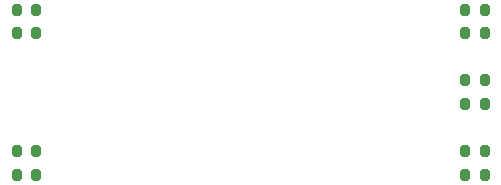
<source format=gbr>
%TF.GenerationSoftware,KiCad,Pcbnew,8.0.1*%
%TF.CreationDate,2024-05-21T00:31:34+09:00*%
%TF.ProjectId,UI-20240325,55492d32-3032-4343-9033-32352e6b6963,rev?*%
%TF.SameCoordinates,Original*%
%TF.FileFunction,Paste,Bot*%
%TF.FilePolarity,Positive*%
%FSLAX46Y46*%
G04 Gerber Fmt 4.6, Leading zero omitted, Abs format (unit mm)*
G04 Created by KiCad (PCBNEW 8.0.1) date 2024-05-21 00:31:34*
%MOMM*%
%LPD*%
G01*
G04 APERTURE LIST*
G04 Aperture macros list*
%AMRoundRect*
0 Rectangle with rounded corners*
0 $1 Rounding radius*
0 $2 $3 $4 $5 $6 $7 $8 $9 X,Y pos of 4 corners*
0 Add a 4 corners polygon primitive as box body*
4,1,4,$2,$3,$4,$5,$6,$7,$8,$9,$2,$3,0*
0 Add four circle primitives for the rounded corners*
1,1,$1+$1,$2,$3*
1,1,$1+$1,$4,$5*
1,1,$1+$1,$6,$7*
1,1,$1+$1,$8,$9*
0 Add four rect primitives between the rounded corners*
20,1,$1+$1,$2,$3,$4,$5,0*
20,1,$1+$1,$4,$5,$6,$7,0*
20,1,$1+$1,$6,$7,$8,$9,0*
20,1,$1+$1,$8,$9,$2,$3,0*%
G04 Aperture macros list end*
%ADD10RoundRect,0.200000X-0.200000X-0.275000X0.200000X-0.275000X0.200000X0.275000X-0.200000X0.275000X0*%
%ADD11RoundRect,0.200000X0.200000X0.275000X-0.200000X0.275000X-0.200000X-0.275000X0.200000X-0.275000X0*%
G04 APERTURE END LIST*
D10*
%TO.C,R10*%
X118175000Y-125000000D03*
X119825000Y-125000000D03*
%TD*%
%TO.C,R9*%
X118175000Y-119000000D03*
X119825000Y-119000000D03*
%TD*%
%TO.C,R8*%
X118175000Y-113000000D03*
X119825000Y-113000000D03*
%TD*%
D11*
%TO.C,R7*%
X81825000Y-125000000D03*
X80175000Y-125000000D03*
%TD*%
%TO.C,R6*%
X81825000Y-113000000D03*
X80175000Y-113000000D03*
%TD*%
D10*
%TO.C,R5*%
X118175000Y-123000000D03*
X119825000Y-123000000D03*
%TD*%
%TO.C,R4*%
X118175000Y-117000000D03*
X119825000Y-117000000D03*
%TD*%
%TO.C,R3*%
X118175000Y-111000000D03*
X119825000Y-111000000D03*
%TD*%
D11*
%TO.C,R2*%
X81825000Y-123000000D03*
X80175000Y-123000000D03*
%TD*%
%TO.C,R1*%
X81825000Y-111000000D03*
X80175000Y-111000000D03*
%TD*%
M02*

</source>
